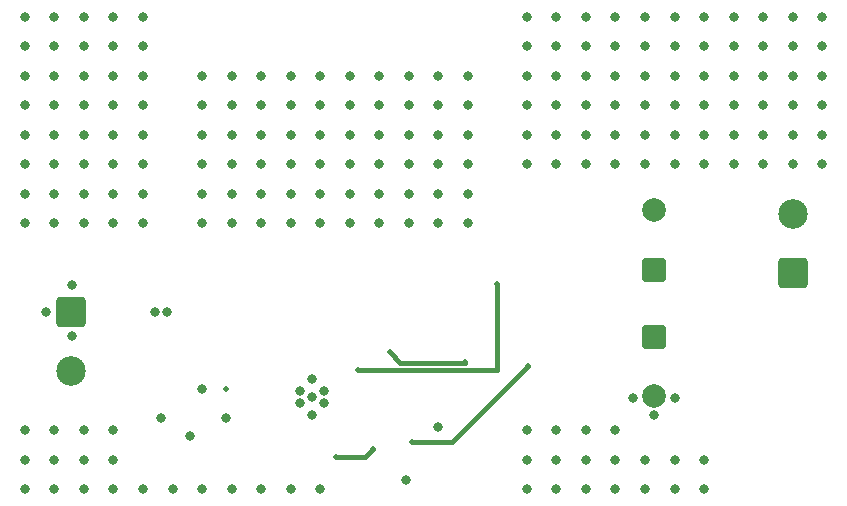
<source format=gbr>
%TF.GenerationSoftware,KiCad,Pcbnew,9.0.6*%
%TF.CreationDate,2026-01-21T08:09:24+01:00*%
%TF.ProjectId,Boost converter,426f6f73-7420-4636-9f6e-766572746572,rev?*%
%TF.SameCoordinates,Original*%
%TF.FileFunction,Copper,L4,Bot*%
%TF.FilePolarity,Positive*%
%FSLAX46Y46*%
G04 Gerber Fmt 4.6, Leading zero omitted, Abs format (unit mm)*
G04 Created by KiCad (PCBNEW 9.0.6) date 2026-01-21 08:09:24*
%MOMM*%
%LPD*%
G01*
G04 APERTURE LIST*
G04 Aperture macros list*
%AMRoundRect*
0 Rectangle with rounded corners*
0 $1 Rounding radius*
0 $2 $3 $4 $5 $6 $7 $8 $9 X,Y pos of 4 corners*
0 Add a 4 corners polygon primitive as box body*
4,1,4,$2,$3,$4,$5,$6,$7,$8,$9,$2,$3,0*
0 Add four circle primitives for the rounded corners*
1,1,$1+$1,$2,$3*
1,1,$1+$1,$4,$5*
1,1,$1+$1,$6,$7*
1,1,$1+$1,$8,$9*
0 Add four rect primitives between the rounded corners*
20,1,$1+$1,$2,$3,$4,$5,0*
20,1,$1+$1,$4,$5,$6,$7,0*
20,1,$1+$1,$6,$7,$8,$9,0*
20,1,$1+$1,$8,$9,$2,$3,0*%
G04 Aperture macros list end*
%TA.AperFunction,ComponentPad*%
%ADD10RoundRect,0.250000X1.000000X-1.000000X1.000000X1.000000X-1.000000X1.000000X-1.000000X-1.000000X0*%
%TD*%
%TA.AperFunction,ComponentPad*%
%ADD11C,2.500000*%
%TD*%
%TA.AperFunction,ComponentPad*%
%ADD12RoundRect,0.250000X0.750000X-0.750000X0.750000X0.750000X-0.750000X0.750000X-0.750000X-0.750000X0*%
%TD*%
%TA.AperFunction,ComponentPad*%
%ADD13C,2.000000*%
%TD*%
%TA.AperFunction,ComponentPad*%
%ADD14RoundRect,0.250000X-0.750000X0.750000X-0.750000X-0.750000X0.750000X-0.750000X0.750000X0.750000X0*%
%TD*%
%TA.AperFunction,ComponentPad*%
%ADD15RoundRect,0.250000X-1.000000X1.000000X-1.000000X-1.000000X1.000000X-1.000000X1.000000X1.000000X0*%
%TD*%
%TA.AperFunction,ViaPad*%
%ADD16C,0.800000*%
%TD*%
%TA.AperFunction,ViaPad*%
%ADD17C,0.500000*%
%TD*%
%TA.AperFunction,Conductor*%
%ADD18C,0.400000*%
%TD*%
G04 APERTURE END LIST*
D10*
%TO.P,J2,1,Pin_1*%
%TO.N,+36V*%
X207567500Y-134200000D03*
D11*
%TO.P,J2,2,Pin_2*%
%TO.N,GND*%
X207567500Y-129200000D03*
%TD*%
D12*
%TO.P,C9,1*%
%TO.N,+36V*%
X195800000Y-133900000D03*
D13*
%TO.P,C9,2*%
%TO.N,GND*%
X195800000Y-128900000D03*
%TD*%
D14*
%TO.P,C10,1*%
%TO.N,+36V*%
X195800000Y-139600000D03*
D13*
%TO.P,C10,2*%
%TO.N,GND*%
X195800000Y-144600000D03*
%TD*%
D15*
%TO.P,J1,1,Pin_1*%
%TO.N,GND*%
X146432500Y-137500000D03*
D11*
%TO.P,J1,2,Pin_2*%
%TO.N,+24V*%
X146432500Y-142500000D03*
%TD*%
D16*
%TO.N,GND*%
X187500000Y-147500000D03*
X152500000Y-120000000D03*
X162500000Y-130000000D03*
X180000000Y-125000000D03*
X157500000Y-125000000D03*
X210000000Y-117500000D03*
X177500000Y-120000000D03*
X167500000Y-152500000D03*
X190000000Y-150000000D03*
X192500000Y-125000000D03*
X165000000Y-122500000D03*
X145000000Y-122500000D03*
X147500000Y-117500000D03*
X210000000Y-122500000D03*
X145000000Y-112500000D03*
X145000000Y-130000000D03*
X192500000Y-147500000D03*
X145000000Y-125000000D03*
X177500000Y-125000000D03*
X170000000Y-125000000D03*
X195000000Y-115000000D03*
X205000000Y-112500000D03*
X207500000Y-120000000D03*
X152500000Y-122500000D03*
X210000000Y-112500000D03*
X200000000Y-125000000D03*
X162500000Y-117500000D03*
X142500000Y-152500000D03*
X192500000Y-120000000D03*
X195000000Y-117500000D03*
X185000000Y-115000000D03*
X145000000Y-150000000D03*
X157500000Y-117500000D03*
X197500000Y-144750000D03*
X200000000Y-115000000D03*
X146500000Y-135250000D03*
X187500000Y-125000000D03*
X150000000Y-150000000D03*
X187500000Y-120000000D03*
X174750000Y-151750000D03*
X167500000Y-120000000D03*
D17*
X159500000Y-144000000D03*
D16*
X165000000Y-120000000D03*
X154500000Y-137500000D03*
X190000000Y-120000000D03*
X152500000Y-117500000D03*
X205000000Y-115000000D03*
X152500000Y-125000000D03*
X160000000Y-120000000D03*
X195000000Y-152500000D03*
X197500000Y-152500000D03*
X147500000Y-130000000D03*
X192500000Y-152500000D03*
X147500000Y-125000000D03*
X154000000Y-146500000D03*
X145000000Y-152500000D03*
X205000000Y-120000000D03*
X162500000Y-125000000D03*
X152500000Y-112500000D03*
X210000000Y-120000000D03*
X147500000Y-122500000D03*
X185000000Y-150000000D03*
X202500000Y-125000000D03*
X202500000Y-117500000D03*
X197500000Y-122500000D03*
X150000000Y-147500000D03*
X185000000Y-147500000D03*
X144250000Y-137500000D03*
X172500000Y-120000000D03*
X172500000Y-122500000D03*
X177500000Y-127500000D03*
X167800000Y-144200000D03*
X167500000Y-130000000D03*
X147500000Y-115000000D03*
X192500000Y-150000000D03*
X210000000Y-125000000D03*
X177500000Y-147250000D03*
X185000000Y-117500000D03*
X142500000Y-112500000D03*
X167500000Y-122500000D03*
X160000000Y-127500000D03*
X175000000Y-117500000D03*
X190000000Y-147500000D03*
X162500000Y-152500000D03*
X195000000Y-125000000D03*
X145000000Y-120000000D03*
X152500000Y-130000000D03*
X162500000Y-127500000D03*
X202500000Y-120000000D03*
X205000000Y-122500000D03*
X145000000Y-115000000D03*
X197500000Y-115000000D03*
X205000000Y-117500000D03*
X150000000Y-112500000D03*
X195000000Y-122500000D03*
X170000000Y-120000000D03*
X172500000Y-130000000D03*
X142500000Y-125000000D03*
X160000000Y-117500000D03*
X147500000Y-112500000D03*
X162500000Y-120000000D03*
X160000000Y-130000000D03*
X187500000Y-117500000D03*
X200000000Y-112500000D03*
X210000000Y-115000000D03*
X202500000Y-115000000D03*
X162500000Y-122500000D03*
X194000000Y-144750000D03*
X177500000Y-117500000D03*
X167500000Y-127500000D03*
X190000000Y-115000000D03*
X159500000Y-146500000D03*
X165800000Y-144200000D03*
X152500000Y-115000000D03*
X190000000Y-152500000D03*
X150000000Y-120000000D03*
X175000000Y-127500000D03*
X195000000Y-120000000D03*
X185000000Y-120000000D03*
X157500000Y-122500000D03*
X147500000Y-147500000D03*
X147500000Y-150000000D03*
X207500000Y-115000000D03*
X165000000Y-152500000D03*
X202500000Y-122500000D03*
X197500000Y-125000000D03*
X170000000Y-122500000D03*
X150000000Y-117500000D03*
X177500000Y-130000000D03*
X142500000Y-150000000D03*
X175000000Y-120000000D03*
X180000000Y-127500000D03*
X202500000Y-112500000D03*
X195000000Y-112500000D03*
X145000000Y-127500000D03*
X180000000Y-120000000D03*
X160000000Y-125000000D03*
X167800000Y-145200000D03*
X147500000Y-127500000D03*
X195000000Y-150000000D03*
X167500000Y-125000000D03*
X197500000Y-120000000D03*
X160000000Y-152500000D03*
X157500000Y-120000000D03*
X165000000Y-125000000D03*
X150000000Y-115000000D03*
X166800000Y-146200000D03*
X200000000Y-120000000D03*
X166800000Y-144700000D03*
X185000000Y-122500000D03*
X187500000Y-150000000D03*
X192500000Y-122500000D03*
X187500000Y-122500000D03*
X145000000Y-147500000D03*
X190000000Y-122500000D03*
X207500000Y-122500000D03*
X192500000Y-115000000D03*
X167500000Y-117500000D03*
X170000000Y-130000000D03*
X175000000Y-130000000D03*
X172500000Y-117500000D03*
X187500000Y-115000000D03*
X192500000Y-112500000D03*
X187500000Y-152500000D03*
X150000000Y-130000000D03*
X160000000Y-122500000D03*
X142500000Y-130000000D03*
X165000000Y-117500000D03*
X180000000Y-130000000D03*
X150000000Y-127500000D03*
X146500000Y-139500000D03*
X157500000Y-152500000D03*
X192500000Y-117500000D03*
X142500000Y-117500000D03*
X165000000Y-130000000D03*
X180000000Y-122500000D03*
X200000000Y-117500000D03*
X172500000Y-127500000D03*
X145000000Y-117500000D03*
X190000000Y-112500000D03*
X197500000Y-150000000D03*
X150000000Y-122500000D03*
X142500000Y-147500000D03*
X142500000Y-122500000D03*
X150000000Y-125000000D03*
X142500000Y-127500000D03*
X170000000Y-127500000D03*
X152500000Y-127500000D03*
X190000000Y-125000000D03*
X185000000Y-152500000D03*
X185000000Y-125000000D03*
X207500000Y-117500000D03*
X165800000Y-145200000D03*
X142500000Y-115000000D03*
X175000000Y-125000000D03*
X166800000Y-143200000D03*
X150000000Y-152500000D03*
X147500000Y-120000000D03*
X165000000Y-127500000D03*
X155000000Y-152500000D03*
X200000000Y-152500000D03*
X153500000Y-137500000D03*
X157500000Y-130000000D03*
X147500000Y-152500000D03*
X190000000Y-117500000D03*
X180000000Y-117500000D03*
X187500000Y-112500000D03*
X172500000Y-125000000D03*
X185000000Y-112500000D03*
X142500000Y-120000000D03*
X152500000Y-152500000D03*
X207500000Y-112500000D03*
X207500000Y-125000000D03*
X170000000Y-117500000D03*
X197500000Y-112500000D03*
X157500000Y-127500000D03*
X200000000Y-122500000D03*
X195750000Y-146250000D03*
X200000000Y-150000000D03*
X197500000Y-117500000D03*
X205000000Y-125000000D03*
X175000000Y-122500000D03*
X177500000Y-122500000D03*
X156500000Y-148000000D03*
D17*
%TO.N,/HO*%
X170700000Y-142400002D03*
X182500000Y-135100000D03*
D16*
%TO.N,+24V*%
X157500000Y-143975000D03*
D17*
%TO.N,/BST*%
X179800000Y-141750002D03*
X173400000Y-140900000D03*
%TO.N,FB*%
X185100000Y-142100000D03*
X168800000Y-149800000D03*
X175300000Y-148500000D03*
X172000000Y-149100000D03*
%TD*%
D18*
%TO.N,/HO*%
X182500000Y-142400000D02*
X182500000Y-135100000D01*
X182499998Y-142400002D02*
X182500000Y-142400000D01*
X170700000Y-142400002D02*
X182499998Y-142400002D01*
%TO.N,/BST*%
X174299002Y-141799002D02*
X179751000Y-141799002D01*
X173400000Y-140900000D02*
X174299002Y-141799002D01*
X179751000Y-141799002D02*
X179800000Y-141750002D01*
%TO.N,FB*%
X178700000Y-148500000D02*
X185100000Y-142100000D01*
X175300000Y-148500000D02*
X178700000Y-148500000D01*
X171300000Y-149800000D02*
X172000000Y-149100000D01*
X168800000Y-149800000D02*
X171300000Y-149800000D01*
%TD*%
M02*

</source>
